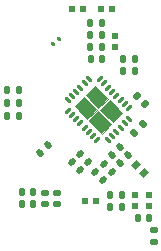
<source format=gbr>
%TF.GenerationSoftware,KiCad,Pcbnew,(6.0.5)*%
%TF.CreationDate,2023-11-22T15:12:11+07:00*%
%TF.ProjectId,lidar,6c696461-722e-46b6-9963-61645f706362,rev?*%
%TF.SameCoordinates,Original*%
%TF.FileFunction,Paste,Top*%
%TF.FilePolarity,Positive*%
%FSLAX46Y46*%
G04 Gerber Fmt 4.6, Leading zero omitted, Abs format (unit mm)*
G04 Created by KiCad (PCBNEW (6.0.5)) date 2023-11-22 15:12:11*
%MOMM*%
%LPD*%
G01*
G04 APERTURE LIST*
G04 Aperture macros list*
%AMRoundRect*
0 Rectangle with rounded corners*
0 $1 Rounding radius*
0 $2 $3 $4 $5 $6 $7 $8 $9 X,Y pos of 4 corners*
0 Add a 4 corners polygon primitive as box body*
4,1,4,$2,$3,$4,$5,$6,$7,$8,$9,$2,$3,0*
0 Add four circle primitives for the rounded corners*
1,1,$1+$1,$2,$3*
1,1,$1+$1,$4,$5*
1,1,$1+$1,$6,$7*
1,1,$1+$1,$8,$9*
0 Add four rect primitives between the rounded corners*
20,1,$1+$1,$2,$3,$4,$5,0*
20,1,$1+$1,$4,$5,$6,$7,0*
20,1,$1+$1,$6,$7,$8,$9,0*
20,1,$1+$1,$8,$9,$2,$3,0*%
%AMRotRect*
0 Rectangle, with rotation*
0 The origin of the aperture is its center*
0 $1 length*
0 $2 width*
0 $3 Rotation angle, in degrees counterclockwise*
0 Add horizontal line*
21,1,$1,$2,0,0,$3*%
G04 Aperture macros list end*
%ADD10C,0.010000*%
%ADD11RoundRect,0.140000X0.140000X0.170000X-0.140000X0.170000X-0.140000X-0.170000X0.140000X-0.170000X0*%
%ADD12RoundRect,0.140000X0.219203X0.021213X0.021213X0.219203X-0.219203X-0.021213X-0.021213X-0.219203X0*%
%ADD13RoundRect,0.140000X-0.140000X-0.170000X0.140000X-0.170000X0.140000X0.170000X-0.140000X0.170000X0*%
%ADD14RoundRect,0.140000X-0.170000X0.140000X-0.170000X-0.140000X0.170000X-0.140000X0.170000X0.140000X0*%
%ADD15RoundRect,0.140000X-0.219203X-0.021213X-0.021213X-0.219203X0.219203X0.021213X0.021213X0.219203X0*%
%ADD16RoundRect,0.135000X0.226274X0.035355X0.035355X0.226274X-0.226274X-0.035355X-0.035355X-0.226274X0*%
%ADD17RoundRect,0.140000X0.021213X-0.219203X0.219203X-0.021213X-0.021213X0.219203X-0.219203X0.021213X0*%
%ADD18RoundRect,0.079500X-0.014849X0.127279X-0.127279X0.014849X0.014849X-0.127279X0.127279X-0.014849X0*%
%ADD19RoundRect,0.135000X0.035355X-0.226274X0.226274X-0.035355X-0.035355X0.226274X-0.226274X0.035355X0*%
%ADD20R,0.600000X0.490000*%
%ADD21RotRect,0.490000X0.600000X135.000000*%
%ADD22RoundRect,0.135000X-0.135000X-0.185000X0.135000X-0.185000X0.135000X0.185000X-0.135000X0.185000X0*%
%ADD23R,0.490000X0.600000*%
%ADD24RoundRect,0.140000X-0.021213X0.219203X-0.219203X0.021213X0.021213X-0.219203X0.219203X-0.021213X0*%
%ADD25RoundRect,0.002400X-0.127279X-0.293591X0.293591X0.127279X0.127279X0.293591X-0.293591X-0.127279X0*%
%ADD26RoundRect,0.002400X0.127279X-0.293591X0.293591X-0.127279X-0.127279X0.293591X-0.293591X0.127279X0*%
%ADD27RoundRect,0.140000X0.170000X-0.140000X0.170000X0.140000X-0.170000X0.140000X-0.170000X-0.140000X0*%
G04 APERTURE END LIST*
%TO.C,U1*%
G36*
X137858579Y-83000000D02*
G01*
X137059548Y-83799031D01*
X135977675Y-82717157D01*
X136776705Y-81918127D01*
X137858579Y-83000000D01*
G37*
D10*
X137858579Y-83000000D02*
X137059548Y-83799031D01*
X135977675Y-82717157D01*
X136776705Y-81918127D01*
X137858579Y-83000000D01*
G36*
X138799031Y-82059548D02*
G01*
X138000000Y-82858579D01*
X136918127Y-81776705D01*
X137717157Y-80977675D01*
X138799031Y-82059548D01*
G37*
X138799031Y-82059548D02*
X138000000Y-82858579D01*
X136918127Y-81776705D01*
X137717157Y-80977675D01*
X138799031Y-82059548D01*
G36*
X140022325Y-83282843D02*
G01*
X139223295Y-84081873D01*
X138141421Y-83000000D01*
X138940452Y-82200969D01*
X140022325Y-83282843D01*
G37*
X140022325Y-83282843D02*
X139223295Y-84081873D01*
X138141421Y-83000000D01*
X138940452Y-82200969D01*
X140022325Y-83282843D01*
G36*
X139081873Y-84223295D02*
G01*
X138282843Y-85022325D01*
X137200969Y-83940452D01*
X138000000Y-83141421D01*
X139081873Y-84223295D01*
G37*
X139081873Y-84223295D02*
X138282843Y-85022325D01*
X137200969Y-83940452D01*
X138000000Y-83141421D01*
X139081873Y-84223295D01*
%TD*%
D11*
%TO.C,C21*%
X138280000Y-76700000D03*
X137320000Y-76700000D03*
%TD*%
D12*
%TO.C,C27*%
X136432311Y-88146511D03*
X135753489Y-87467689D03*
%TD*%
D11*
%TO.C,C19*%
X132480000Y-91000000D03*
X131520000Y-91000000D03*
%TD*%
D13*
%TO.C,C14*%
X140100000Y-78700000D03*
X141060000Y-78700000D03*
%TD*%
D14*
%TO.C,C25*%
X133500000Y-90020000D03*
X133500000Y-90980000D03*
%TD*%
D15*
%TO.C,C7*%
X138460589Y-87560589D03*
X139139411Y-88239411D03*
%TD*%
D11*
%TO.C,C23*%
X139980000Y-91200000D03*
X139020000Y-91200000D03*
%TD*%
D15*
%TO.C,C28*%
X136460589Y-86760589D03*
X137139411Y-87439411D03*
%TD*%
D16*
%TO.C,R12*%
X141960624Y-82560624D03*
X141239376Y-81839376D03*
%TD*%
D17*
%TO.C,C30*%
X139860589Y-87539411D03*
X140539411Y-86860589D03*
%TD*%
D18*
%TO.C,C17*%
X134678267Y-76990362D03*
X134190363Y-77478266D03*
%TD*%
D19*
%TO.C,R11*%
X141039376Y-84960624D03*
X141760624Y-84239376D03*
%TD*%
D12*
%TO.C,C8*%
X138396911Y-88953611D03*
X137718089Y-88274789D03*
%TD*%
D13*
%TO.C,C18*%
X131520000Y-90000000D03*
X132480000Y-90000000D03*
%TD*%
D11*
%TO.C,C15*%
X138300000Y-78700000D03*
X137340000Y-78700000D03*
%TD*%
D20*
%TO.C,FB7*%
X142300000Y-90245000D03*
X142300000Y-91155000D03*
%TD*%
D21*
%TO.C,FB5*%
X141821734Y-88321734D03*
X141178266Y-87678266D03*
%TD*%
D22*
%TO.C,R17*%
X130265000Y-83500000D03*
X131285000Y-83500000D03*
%TD*%
D23*
%TO.C,FB4*%
X137755000Y-90700000D03*
X136845000Y-90700000D03*
%TD*%
D24*
%TO.C,C20*%
X133739411Y-85960589D03*
X133060589Y-86639411D03*
%TD*%
D25*
%TO.C,U1*%
X135419060Y-83106066D03*
X135772614Y-83459619D03*
X136126167Y-83813173D03*
X136479720Y-84166726D03*
X136833274Y-84520280D03*
X137186827Y-84873833D03*
X137540381Y-85227386D03*
X137893934Y-85580940D03*
D26*
X138813173Y-85580940D03*
X139166726Y-85227386D03*
X139520280Y-84873833D03*
X139873833Y-84520280D03*
X140227386Y-84166726D03*
X140580940Y-83813173D03*
D25*
X140580940Y-82893934D03*
X140227386Y-82540381D03*
X139873833Y-82186827D03*
X139520280Y-81833274D03*
X139166726Y-81479720D03*
X138813173Y-81126167D03*
X138459619Y-80772614D03*
X138106066Y-80419060D03*
D26*
X137186827Y-80419060D03*
X136833274Y-80772614D03*
X136479720Y-81126167D03*
X136126167Y-81479720D03*
X135772614Y-81833274D03*
X135419060Y-82186827D03*
%TD*%
D27*
%TO.C,C26*%
X134500000Y-90980000D03*
X134500000Y-90020000D03*
%TD*%
D13*
%TO.C,C13*%
X137320000Y-77700000D03*
X138280000Y-77700000D03*
%TD*%
D20*
%TO.C,FB2*%
X141100000Y-90245000D03*
X141100000Y-91155000D03*
%TD*%
D23*
%TO.C,FB3*%
X136655000Y-74500000D03*
X135745000Y-74500000D03*
%TD*%
%TO.C,FB6*%
X138245000Y-74500000D03*
X139155000Y-74500000D03*
%TD*%
D20*
%TO.C,FB1*%
X139400000Y-76745000D03*
X139400000Y-77655000D03*
%TD*%
D14*
%TO.C,C37*%
X142700000Y-93220000D03*
X142700000Y-94180000D03*
%TD*%
D22*
%TO.C,R15*%
X130290000Y-81300000D03*
X131310000Y-81300000D03*
%TD*%
D13*
%TO.C,C22*%
X137320000Y-75700000D03*
X138280000Y-75700000D03*
%TD*%
D24*
%TO.C,C29*%
X139839411Y-86160589D03*
X139160589Y-86839411D03*
%TD*%
D22*
%TO.C,R16*%
X130265000Y-82400000D03*
X131285000Y-82400000D03*
%TD*%
D13*
%TO.C,C24*%
X139020000Y-90200000D03*
X139980000Y-90200000D03*
%TD*%
D11*
%TO.C,C16*%
X141060000Y-79700000D03*
X140100000Y-79700000D03*
%TD*%
D13*
%TO.C,C38*%
X141320000Y-92200000D03*
X142280000Y-92200000D03*
%TD*%
M02*

</source>
